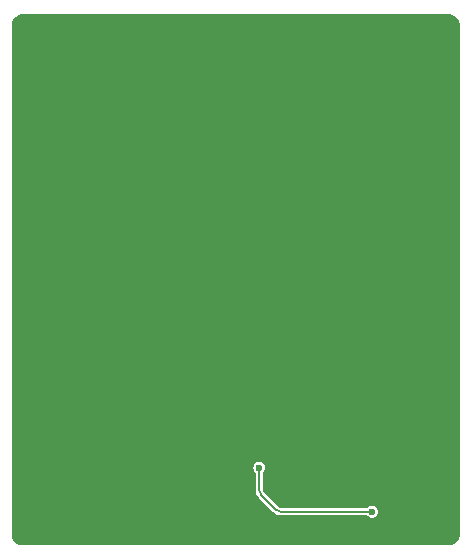
<source format=gbl>
G04 #@! TF.GenerationSoftware,KiCad,Pcbnew,8.0.4*
G04 #@! TF.CreationDate,2025-03-17T12:40:48-07:00*
G04 #@! TF.ProjectId,displaypcb,64697370-6c61-4797-9063-622e6b696361,2*
G04 #@! TF.SameCoordinates,Original*
G04 #@! TF.FileFunction,Copper,L2,Bot*
G04 #@! TF.FilePolarity,Positive*
%FSLAX46Y46*%
G04 Gerber Fmt 4.6, Leading zero omitted, Abs format (unit mm)*
G04 Created by KiCad (PCBNEW 8.0.4) date 2025-03-17 12:40:48*
%MOMM*%
%LPD*%
G01*
G04 APERTURE LIST*
G04 #@! TA.AperFunction,ViaPad*
%ADD10C,0.600000*%
G04 #@! TD*
G04 #@! TA.AperFunction,Conductor*
%ADD11C,0.200000*%
G04 #@! TD*
G04 APERTURE END LIST*
D10*
X110400000Y-83000000D03*
X104700000Y-117300000D03*
X112400000Y-103200000D03*
X109700000Y-96300000D03*
X90000000Y-118000000D03*
X99000000Y-85200000D03*
X103550000Y-115200000D03*
X88600000Y-102400000D03*
X105600000Y-91600000D03*
X109700000Y-92200000D03*
X96500000Y-94400000D03*
X98100000Y-110100000D03*
X99500000Y-115800000D03*
X90000000Y-111600000D03*
X100500000Y-115800000D03*
X99500000Y-118400000D03*
X108350000Y-119650000D03*
X101600000Y-108000000D03*
X106300000Y-87600000D03*
X109250000Y-88550000D03*
X93800000Y-91400000D03*
X104200000Y-91600000D03*
X100500000Y-118400000D03*
X112400000Y-110600000D03*
X106300000Y-88400000D03*
X109250000Y-87750000D03*
X97500000Y-115900000D03*
X107050000Y-119650000D03*
D11*
X99325395Y-119650000D02*
G75*
G02*
X98940612Y-119490628I5J544200D01*
G01*
X97659379Y-118209379D02*
G75*
G02*
X97500011Y-117824604I384821J384779D01*
G01*
X97500000Y-117824604D02*
X97500000Y-115900000D01*
X99325395Y-119650000D02*
X107050000Y-119650000D01*
X97659379Y-118209379D02*
X98940620Y-119490620D01*
G04 #@! TA.AperFunction,Conductor*
G36*
X113504308Y-77500877D02*
G01*
X113520845Y-77502323D01*
X113664937Y-77514930D01*
X113681914Y-77517923D01*
X113833491Y-77558537D01*
X113849695Y-77564435D01*
X113991902Y-77630748D01*
X114006842Y-77639374D01*
X114135367Y-77729368D01*
X114148587Y-77740460D01*
X114259539Y-77851412D01*
X114270631Y-77864632D01*
X114360625Y-77993157D01*
X114369253Y-78008101D01*
X114435560Y-78150295D01*
X114441463Y-78166512D01*
X114482074Y-78318075D01*
X114485070Y-78335069D01*
X114499123Y-78495690D01*
X114499500Y-78504319D01*
X114499500Y-121495680D01*
X114499123Y-121504309D01*
X114485070Y-121664930D01*
X114482074Y-121681924D01*
X114441463Y-121833487D01*
X114435560Y-121849704D01*
X114369253Y-121991898D01*
X114360625Y-122006842D01*
X114270631Y-122135367D01*
X114259539Y-122148587D01*
X114148587Y-122259539D01*
X114135367Y-122270631D01*
X114006842Y-122360625D01*
X113991898Y-122369253D01*
X113849704Y-122435560D01*
X113833487Y-122441463D01*
X113681924Y-122482074D01*
X113664930Y-122485070D01*
X113504309Y-122499123D01*
X113495680Y-122499500D01*
X77504320Y-122499500D01*
X77495691Y-122499123D01*
X77335069Y-122485070D01*
X77318075Y-122482074D01*
X77166512Y-122441463D01*
X77150298Y-122435561D01*
X77008101Y-122369253D01*
X76993157Y-122360625D01*
X76864632Y-122270631D01*
X76851412Y-122259539D01*
X76740460Y-122148587D01*
X76729368Y-122135367D01*
X76639374Y-122006842D01*
X76630750Y-121991906D01*
X76609274Y-121945851D01*
X76600000Y-121904015D01*
X76600000Y-115899997D01*
X96994353Y-115899997D01*
X96994353Y-115900002D01*
X97014834Y-116042456D01*
X97074623Y-116173373D01*
X97173509Y-116287494D01*
X97171471Y-116289259D01*
X97196925Y-116331458D01*
X97199500Y-116353893D01*
X97199500Y-117770934D01*
X97199499Y-117770952D01*
X97199500Y-117824606D01*
X97199500Y-117870579D01*
X97199511Y-117870746D01*
X97199511Y-117891082D01*
X97220307Y-118022388D01*
X97261388Y-118148831D01*
X97292137Y-118209184D01*
X97321741Y-118267288D01*
X97399881Y-118374847D01*
X97414941Y-118389909D01*
X97414975Y-118389946D01*
X97446883Y-118421855D01*
X97446886Y-118421857D01*
X97486155Y-118461131D01*
X97486188Y-118461159D01*
X98689600Y-119664571D01*
X98689628Y-119664603D01*
X98699142Y-119674117D01*
X98699155Y-119674143D01*
X98728138Y-119703123D01*
X98728138Y-119703124D01*
X98775144Y-119750126D01*
X98882705Y-119828267D01*
X99001164Y-119888621D01*
X99127606Y-119929703D01*
X99180130Y-119938021D01*
X99258915Y-119950500D01*
X99325392Y-119950500D01*
X99372987Y-119950501D01*
X99372990Y-119950500D01*
X106602917Y-119950500D01*
X106661108Y-119969407D01*
X106677733Y-119984667D01*
X106718872Y-120032143D01*
X106839947Y-120109953D01*
X106946403Y-120141211D01*
X106978035Y-120150499D01*
X106978036Y-120150499D01*
X106978039Y-120150500D01*
X106978041Y-120150500D01*
X107121959Y-120150500D01*
X107121961Y-120150500D01*
X107260053Y-120109953D01*
X107381128Y-120032143D01*
X107475377Y-119923373D01*
X107535165Y-119792457D01*
X107552850Y-119669455D01*
X107555647Y-119650002D01*
X107555647Y-119649997D01*
X107535165Y-119507543D01*
X107475377Y-119376628D01*
X107475377Y-119376627D01*
X107381128Y-119267857D01*
X107381127Y-119267856D01*
X107381126Y-119267855D01*
X107260057Y-119190049D01*
X107260054Y-119190047D01*
X107260053Y-119190047D01*
X107260050Y-119190046D01*
X107121964Y-119149500D01*
X107121961Y-119149500D01*
X106978039Y-119149500D01*
X106978035Y-119149500D01*
X106839949Y-119190046D01*
X106839942Y-119190049D01*
X106718876Y-119267854D01*
X106718871Y-119267858D01*
X106677736Y-119315331D01*
X106625340Y-119346927D01*
X106602917Y-119349500D01*
X99331886Y-119349500D01*
X99318966Y-119348653D01*
X99305289Y-119346852D01*
X99275246Y-119342897D01*
X99250286Y-119336209D01*
X99215599Y-119321842D01*
X99193220Y-119308923D01*
X99158294Y-119282126D01*
X99148572Y-119273601D01*
X99142828Y-119267857D01*
X97876461Y-118001490D01*
X97867920Y-117991749D01*
X97841088Y-117956777D01*
X97828170Y-117934402D01*
X97813797Y-117899701D01*
X97807113Y-117874751D01*
X97801346Y-117830951D01*
X97800500Y-117818031D01*
X97800500Y-116353893D01*
X97819407Y-116295702D01*
X97826741Y-116287711D01*
X97826491Y-116287494D01*
X97831128Y-116282143D01*
X97925377Y-116173373D01*
X97985165Y-116042457D01*
X98005647Y-115900000D01*
X97985165Y-115757543D01*
X97925377Y-115626627D01*
X97831128Y-115517857D01*
X97831127Y-115517856D01*
X97831126Y-115517855D01*
X97710057Y-115440049D01*
X97710054Y-115440047D01*
X97710053Y-115440047D01*
X97710050Y-115440046D01*
X97571964Y-115399500D01*
X97571961Y-115399500D01*
X97428039Y-115399500D01*
X97428035Y-115399500D01*
X97289949Y-115440046D01*
X97289942Y-115440049D01*
X97168873Y-115517855D01*
X97074622Y-115626628D01*
X97014834Y-115757543D01*
X96994353Y-115899997D01*
X76600000Y-115899997D01*
X76600000Y-78095984D01*
X76609273Y-78054149D01*
X76630753Y-78008086D01*
X76639370Y-77993162D01*
X76729373Y-77864625D01*
X76740454Y-77851418D01*
X76851418Y-77740454D01*
X76864625Y-77729373D01*
X76993161Y-77639371D01*
X77008092Y-77630751D01*
X77150308Y-77564434D01*
X77166504Y-77558538D01*
X77318086Y-77517922D01*
X77335060Y-77514930D01*
X77480668Y-77502191D01*
X77495692Y-77500877D01*
X77504320Y-77500500D01*
X77565892Y-77500500D01*
X113434108Y-77500500D01*
X113495680Y-77500500D01*
X113504308Y-77500877D01*
G37*
G04 #@! TD.AperFunction*
M02*

</source>
